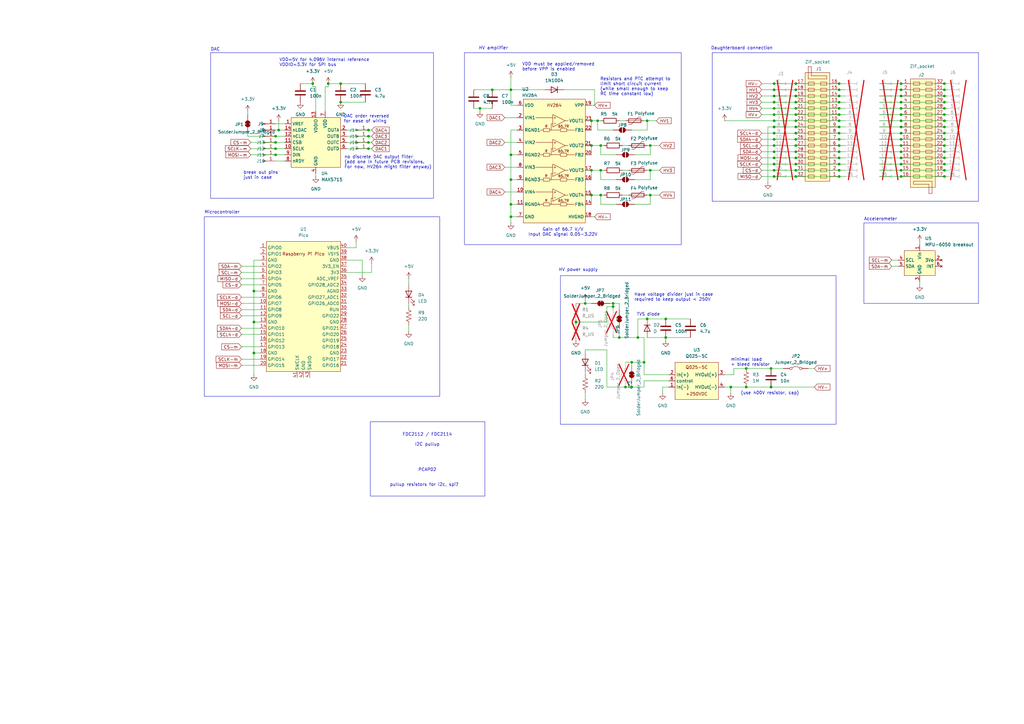
<source format=kicad_sch>
(kicad_sch (version 20231120) (generator "eeschema") (generator_version "8.0")
  (paper "A3")
  (title_block (title "LeviTAS Circuit"))
  (junction (at 259.08 148.59))
  (junction (at 326.39 39.37))
  (junction (at 344.17 34.29))
  (junction (at 273.05 138.43))
  (junction (at 317.5 36.83))
  (junction (at 344.17 52.07))
  (junction (at 344.17 69.85))
  (junction (at 316.23 158.75))
  (junction (at 344.17 59.69))
  (junction (at 251.46 125.73))
  (junction (at 245.11 49.53))
  (junction (at 344.17 39.37))
  (junction (at 344.17 46.99))
  (junction (at 326.39 57.15))
  (junction (at 209.55 73.66))
  (junction (at 387.35 62.23))
  (junction (at 326.39 62.23))
  (junction (at 317.5 49.53))
  (junction (at 344.17 41.91))
  (junction (at 261.62 138.43))
  (junction (at 317.5 54.61))
  (junction (at 369.57 67.31))
  (junction (at 326.39 34.29))
  (junction (at 369.57 62.23))
  (junction (at 387.35 39.37))
  (junction (at 344.17 57.15))
  (junction (at 326.39 54.61))
  (junction (at 317.5 72.39))
  (junction (at 317.5 57.15))
  (junction (at 369.57 36.83))
  (junction (at 326.39 46.99))
  (junction (at 139.7 34.29))
  (junction (at 151.13 58.42))
  (junction (at 317.5 46.99))
  (junction (at 236.22 132.08))
  (junction (at 387.35 67.31))
  (junction (at 246.38 59.69))
  (junction (at 369.57 44.45))
  (junction (at 326.39 69.85))
  (junction (at 369.57 39.37))
  (junction (at 266.7 80.01))
  (junction (at 114.3 53.34))
  (junction (at 240.03 124.46))
  (junction (at 317.5 67.31))
  (junction (at 196.85 44.45))
  (junction (at 344.17 49.53))
  (junction (at 242.57 69.85))
  (junction (at 265.43 130.81))
  (junction (at 259.08 158.75))
  (junction (at 387.35 54.61))
  (junction (at 209.55 88.9))
  (junction (at 326.39 72.39))
  (junction (at 387.35 34.29))
  (junction (at 128.27 34.29))
  (junction (at 266.7 59.69))
  (junction (at 242.57 49.53))
  (junction (at 317.5 64.77))
  (junction (at 242.57 59.69))
  (junction (at 317.5 52.07))
  (junction (at 113.03 55.88))
  (junction (at 254 138.43))
  (junction (at 326.39 67.31))
  (junction (at 306.07 151.13))
  (junction (at 369.57 72.39))
  (junction (at 369.57 52.07))
  (junction (at 387.35 69.85))
  (junction (at 104.14 132.08))
  (junction (at 344.17 64.77))
  (junction (at 317.5 44.45))
  (junction (at 317.5 39.37))
  (junction (at 134.62 34.29))
  (junction (at 317.5 59.69))
  (junction (at 246.38 69.85))
  (junction (at 264.16 148.59))
  (junction (at 104.14 119.38))
  (junction (at 369.57 54.61))
  (junction (at 113.03 60.96))
  (junction (at 273.05 130.81))
  (junction (at 151.13 55.88))
  (junction (at 387.35 41.91))
  (junction (at 369.57 46.99))
  (junction (at 246.38 80.01))
  (junction (at 387.35 64.77))
  (junction (at 369.57 69.85))
  (junction (at 387.35 36.83))
  (junction (at 326.39 36.83))
  (junction (at 344.17 67.31))
  (junction (at 344.17 62.23))
  (junction (at 201.93 36.83))
  (junction (at 209.55 63.5))
  (junction (at 317.5 41.91))
  (junction (at 317.5 34.29))
  (junction (at 242.57 80.01))
  (junction (at 326.39 64.77))
  (junction (at 387.35 59.69))
  (junction (at 113.03 63.5))
  (junction (at 317.5 69.85))
  (junction (at 344.17 72.39))
  (junction (at 151.13 53.34))
  (junction (at 306.07 158.75))
  (junction (at 387.35 52.07))
  (junction (at 369.57 57.15))
  (junction (at 387.35 72.39))
  (junction (at 266.7 69.85))
  (junction (at 113.03 58.42))
  (junction (at 317.5 62.23))
  (junction (at 387.35 46.99))
  (junction (at 139.7 41.91))
  (junction (at 344.17 44.45))
  (junction (at 387.35 49.53))
  (junction (at 104.14 144.78))
  (junction (at 369.57 64.77))
  (junction (at 369.57 34.29))
  (junction (at 299.72 158.75))
  (junction (at 387.35 57.15))
  (junction (at 387.35 44.45))
  (junction (at 151.13 60.96))
  (junction (at 369.57 59.69))
  (junction (at 326.39 44.45))
  (junction (at 251.46 124.46))
  (junction (at 265.43 49.53))
  (junction (at 209.55 83.82))
  (junction (at 209.55 36.83))
  (junction (at 316.23 151.13))
  (junction (at 369.57 49.53))
  (junction (at 256.54 158.75))
  (junction (at 326.39 52.07))
  (junction (at 326.39 41.91))
  (junction (at 344.17 54.61))
  (junction (at 344.17 36.83))
  (junction (at 326.39 49.53))
  (junction (at 326.39 59.69))
  (junction (at 369.57 41.91))
  (wire (pts (xy 273.05 130.81) (xy 283.21 130.81)))
  (wire (pts (xy 360.68 41.91) (xy 369.57 41.91)))
  (wire (pts (xy 248.92 132.08) (xy 248.92 125.73)))
  (wire (pts (xy 242.57 59.69) (xy 246.38 59.69)))
  (wire (pts (xy 101.6 55.88) (xy 101.6 54.61)))
  (wire (pts (xy 271.78 161.29) (xy 271.78 158.75)))
  (wire (pts (xy 151.13 53.34) (xy 152.4 53.34)))
  (wire (pts (xy 360.68 46.99) (xy 369.57 46.99)))
  (wire (pts (xy 104.14 119.38) (xy 104.14 132.08)))
  (wire (pts (xy 209.55 43.18) (xy 212.09 43.18)))
  (wire (pts (xy 312.42 36.83) (xy 317.5 36.83)))
  (wire (pts (xy 314.96 52.07) (xy 317.5 52.07)))
  (wire (pts (xy 248.92 158.75) (xy 248.92 143.51)))
  (wire (pts (xy 317.5 36.83) (xy 326.39 36.83)))
  (wire (pts (xy 209.55 88.9) (xy 212.09 88.9)))
  (wire (pts (xy 209.55 63.5) (xy 212.09 63.5)))
  (wire (pts (xy 148.59 106.68) (xy 142.24 106.68)))
  (wire (pts (xy 266.7 59.69) (xy 270.51 59.69)))
  (wire (pts (xy 316.23 158.75) (xy 334.01 158.75)))
  (wire (pts (xy 314.96 52.07) (xy 314.96 74.93)))
  (wire (pts (xy 365.76 106.68) (xy 368.3 106.68)))
  (wire (pts (xy 317.5 62.23) (xy 326.39 62.23)))
  (wire (pts (xy 387.35 52.07) (xy 388.62 52.07)))
  (wire (pts (xy 106.68 119.38) (xy 104.14 119.38)))
  (wire (pts (xy 99.06 137.16) (xy 106.68 137.16)))
  (wire (pts (xy 196.85 44.45) (xy 196.85 45.72)))
  (wire (pts (xy 369.57 52.07) (xy 387.35 52.07)))
  (wire (pts (xy 360.68 72.39) (xy 369.57 72.39)))
  (wire (pts (xy 113.03 60.96) (xy 116.84 60.96)))
  (wire (pts (xy 236.22 124.46) (xy 240.03 124.46)))
  (wire (pts (xy 317.5 69.85) (xy 326.39 69.85)))
  (wire (pts (xy 316.23 151.13) (xy 321.31 151.13)))
  (wire (pts (xy 142.24 58.42) (xy 151.13 58.42)))
  (wire (pts (xy 387.35 72.39) (xy 388.62 72.39)))
  (wire (pts (xy 246.38 69.85) (xy 246.38 73.66)))
  (wire (pts (xy 387.35 54.61) (xy 388.62 54.61)))
  (wire (pts (xy 387.35 62.23) (xy 388.62 62.23)))
  (wire (pts (xy 360.68 64.77) (xy 369.57 64.77)))
  (wire (pts (xy 344.17 67.31) (xy 346.71 67.31)))
  (wire (pts (xy 209.55 83.82) (xy 212.09 83.82)))
  (wire (pts (xy 209.55 73.66) (xy 209.55 83.82)))
  (wire (pts (xy 387.35 57.15) (xy 388.62 57.15)))
  (wire (pts (xy 312.42 46.99) (xy 317.5 46.99)))
  (wire (pts (xy 360.68 59.69) (xy 369.57 59.69)))
  (wire (pts (xy 312.42 59.69) (xy 317.5 59.69)))
  (wire (pts (xy 242.57 80.01) (xy 246.38 80.01)))
  (wire (pts (xy 317.5 44.45) (xy 326.39 44.45)))
  (wire (pts (xy 266.7 63.5) (xy 266.7 59.69)))
  (wire (pts (xy 317.5 67.31) (xy 326.39 67.31)))
  (wire (pts (xy 242.57 88.9) (xy 243.84 88.9)))
  (wire (pts (xy 133.35 35.56) (xy 133.35 45.72)))
  (wire (pts (xy 326.39 62.23) (xy 344.17 62.23)))
  (wire (pts (xy 300.99 151.13) (xy 306.07 151.13)))
  (wire (pts (xy 317.5 57.15) (xy 326.39 57.15)))
  (wire (pts (xy 344.17 64.77) (xy 346.71 64.77)))
  (wire (pts (xy 312.42 62.23) (xy 317.5 62.23)))
  (wire (pts (xy 360.68 49.53) (xy 369.57 49.53)))
  (wire (pts (xy 344.17 36.83) (xy 346.71 36.83)))
  (wire (pts (xy 369.57 64.77) (xy 387.35 64.77)))
  (wire (pts (xy 344.17 49.53) (xy 346.71 49.53)))
  (wire (pts (xy 264.16 156.21) (xy 264.16 158.75)))
  (wire (pts (xy 317.5 72.39) (xy 326.39 72.39)))
  (wire (pts (xy 142.24 55.88) (xy 151.13 55.88)))
  (wire (pts (xy 250.19 124.46) (xy 251.46 124.46)))
  (wire (pts (xy 369.57 46.99) (xy 387.35 46.99)))
  (wire (pts (xy 207.01 58.42) (xy 212.09 58.42)))
  (wire (pts (xy 344.17 34.29) (xy 346.71 34.29)))
  (wire (pts (xy 99.06 127) (xy 106.68 127)))
  (wire (pts (xy 369.57 36.83) (xy 387.35 36.83)))
  (wire (pts (xy 242.57 69.85) (xy 246.38 69.85)))
  (wire (pts (xy 317.5 64.77) (xy 326.39 64.77)))
  (wire (pts (xy 246.38 80.01) (xy 246.38 83.82)))
  (wire (pts (xy 113.03 55.88) (xy 101.6 55.88)))
  (wire (pts (xy 266.7 83.82) (xy 266.7 80.01)))
  (wire (pts (xy 261.62 138.43) (xy 264.16 138.43)))
  (wire (pts (xy 369.57 69.85) (xy 387.35 69.85)))
  (wire (pts (xy 99.06 147.32) (xy 106.68 147.32)))
  (wire (pts (xy 113.03 55.88) (xy 116.84 55.88)))
  (wire (pts (xy 264.16 153.67) (xy 274.32 153.67)))
  (wire (pts (xy 326.39 69.85) (xy 344.17 69.85)))
  (wire (pts (xy 260.35 63.5) (xy 266.7 63.5)))
  (wire (pts (xy 104.14 132.08) (xy 104.14 144.78)))
  (wire (pts (xy 331.47 151.13) (xy 334.01 151.13)))
  (wire (pts (xy 134.62 35.56) (xy 133.35 35.56)))
  (wire (pts (xy 104.14 144.78) (xy 106.68 144.78)))
  (wire (pts (xy 261.62 130.81) (xy 265.43 130.81)))
  (wire (pts (xy 326.39 46.99) (xy 344.17 46.99)))
  (wire (pts (xy 113.03 58.42) (xy 116.84 58.42)))
  (wire (pts (xy 273.05 138.43) (xy 283.21 138.43)))
  (wire (pts (xy 134.62 34.29) (xy 134.62 35.56)))
  (wire (pts (xy 326.39 57.15) (xy 344.17 57.15)))
  (wire (pts (xy 240.03 123.19) (xy 240.03 124.46)))
  (wire (pts (xy 201.93 36.83) (xy 209.55 36.83)))
  (wire (pts (xy 254 124.46) (xy 254 127)))
  (wire (pts (xy 369.57 59.69) (xy 387.35 59.69)))
  (wire (pts (xy 317.5 41.91) (xy 326.39 41.91)))
  (wire (pts (xy 99.06 121.92) (xy 106.68 121.92)))
  (wire (pts (xy 113.03 66.04) (xy 116.84 66.04)))
  (wire (pts (xy 209.55 53.34) (xy 209.55 63.5)))
  (wire (pts (xy 306.07 158.75) (xy 316.23 158.75)))
  (wire (pts (xy 326.39 72.39) (xy 344.17 72.39)))
  (wire (pts (xy 129.54 71.12) (xy 129.54 72.39)))
  (wire (pts (xy 142.24 101.6) (xy 146.05 101.6)))
  (wire (pts (xy 240.03 124.46) (xy 242.57 124.46)))
  (wire (pts (xy 312.42 41.91) (xy 317.5 41.91)))
  (wire (pts (xy 312.42 54.61) (xy 317.5 54.61)))
  (wire (pts (xy 326.39 54.61) (xy 344.17 54.61)))
  (wire (pts (xy 251.46 124.46) (xy 254 124.46)))
  (wire (pts (xy 99.06 149.86) (xy 106.68 149.86)))
  (wire (pts (xy 360.68 54.61) (xy 369.57 54.61)))
  (wire (pts (xy 387.35 46.99) (xy 388.62 46.99)))
  (wire (pts (xy 344.17 62.23) (xy 346.71 62.23)))
  (wire (pts (xy 246.38 83.82) (xy 252.73 83.82)))
  (wire (pts (xy 128.27 34.29) (xy 128.27 35.56)))
  (wire (pts (xy 113.03 63.5) (xy 116.84 63.5)))
  (wire (pts (xy 142.24 53.34) (xy 151.13 53.34)))
  (wire (pts (xy 99.06 116.84) (xy 106.68 116.84)))
  (wire (pts (xy 312.42 34.29) (xy 317.5 34.29)))
  (wire (pts (xy 209.55 73.66) (xy 212.09 73.66)))
  (wire (pts (xy 360.68 62.23) (xy 369.57 62.23)))
  (wire (pts (xy 151.13 58.42) (xy 152.4 58.42)))
  (wire (pts (xy 113.03 50.8) (xy 116.84 50.8)))
  (wire (pts (xy 139.7 34.29) (xy 149.86 34.29)))
  (wire (pts (xy 209.55 36.83) (xy 223.52 36.83)))
  (wire (pts (xy 245.11 49.53) (xy 246.38 49.53)))
  (wire (pts (xy 256.54 158.75) (xy 248.92 158.75)))
  (wire (pts (xy 102.87 63.5) (xy 113.03 63.5)))
  (wire (pts (xy 326.39 41.91) (xy 344.17 41.91)))
  (wire (pts (xy 246.38 73.66) (xy 252.73 73.66)))
  (wire (pts (xy 326.39 36.83) (xy 344.17 36.83)))
  (wire (pts (xy 264.16 138.43) (xy 264.16 148.59)))
  (wire (pts (xy 248.92 125.73) (xy 251.46 125.73)))
  (wire (pts (xy 377.19 99.06) (xy 377.19 100.33)))
  (wire (pts (xy 99.06 129.54) (xy 106.68 129.54)))
  (wire (pts (xy 326.39 34.29) (xy 344.17 34.29)))
  (wire (pts (xy 102.87 58.42) (xy 113.03 58.42)))
  (wire (pts (xy 264.16 156.21) (xy 274.32 156.21)))
  (wire (pts (xy 209.55 83.82) (xy 209.55 88.9)))
  (wire (pts (xy 264.16 148.59) (xy 259.08 148.59)))
  (wire (pts (xy 312.42 44.45) (xy 317.5 44.45)))
  (wire (pts (xy 142.24 60.96) (xy 151.13 60.96)))
  (wire (pts (xy 387.35 59.69) (xy 388.62 59.69)))
  (wire (pts (xy 369.57 39.37) (xy 387.35 39.37)))
  (wire (pts (xy 369.57 34.29) (xy 387.35 34.29)))
  (wire (pts (xy 99.06 114.3) (xy 106.68 114.3)))
  (wire (pts (xy 344.17 69.85) (xy 346.71 69.85)))
  (wire (pts (xy 297.18 49.53) (xy 317.5 49.53)))
  (wire (pts (xy 265.43 49.53) (xy 269.24 49.53)))
  (wire (pts (xy 101.6 45.72) (xy 101.6 46.99)))
  (wire (pts (xy 360.68 34.29) (xy 369.57 34.29)))
  (wire (pts (xy 209.55 31.75) (xy 209.55 36.83)))
  (wire (pts (xy 99.06 109.22) (xy 106.68 109.22)))
  (wire (pts (xy 251.46 124.46) (xy 251.46 125.73)))
  (wire (pts (xy 99.06 111.76) (xy 106.68 111.76)))
  (wire (pts (xy 317.5 49.53) (xy 326.39 49.53)))
  (wire (pts (xy 299.72 158.75) (xy 306.07 158.75)))
  (wire (pts (xy 248.92 143.51) (xy 240.03 143.51)))
  (wire (pts (xy 194.31 44.45) (xy 196.85 44.45)))
  (wire (pts (xy 151.13 60.96) (xy 152.4 60.96)))
  (wire (pts (xy 387.35 69.85) (xy 388.62 69.85)))
  (wire (pts (xy 264.16 148.59) (xy 264.16 153.67)))
  (wire (pts (xy 207.01 68.58) (xy 212.09 68.58)))
  (wire (pts (xy 209.55 36.83) (xy 209.55 43.18)))
  (wire (pts (xy 240.03 161.29) (xy 240.03 163.83)))
  (wire (pts (xy 312.42 67.31) (xy 317.5 67.31)))
  (wire (pts (xy 99.06 124.46) (xy 106.68 124.46)))
  (wire (pts (xy 326.39 49.53) (xy 344.17 49.53)))
  (wire (pts (xy 369.57 49.53) (xy 387.35 49.53)))
  (wire (pts (xy 246.38 59.69) (xy 247.65 59.69)))
  (wire (pts (xy 266.7 69.85) (xy 265.43 69.85)))
  (wire (pts (xy 369.57 62.23) (xy 387.35 62.23)))
  (wire (pts (xy 255.27 80.01) (xy 257.81 80.01)))
  (wire (pts (xy 259.08 148.59) (xy 259.08 149.86)))
  (wire (pts (xy 312.42 72.39) (xy 317.5 72.39)))
  (wire (pts (xy 387.35 39.37) (xy 388.62 39.37)))
  (wire (pts (xy 129.54 35.56) (xy 129.54 45.72)))
  (wire (pts (xy 317.5 54.61) (xy 326.39 54.61)))
  (wire (pts (xy 251.46 137.16) (xy 251.46 138.43)))
  (wire (pts (xy 256.54 158.75) (xy 259.08 158.75)))
  (wire (pts (xy 104.14 144.78) (xy 104.14 153.67)))
  (wire (pts (xy 246.38 63.5) (xy 252.73 63.5)))
  (wire (pts (xy 306.07 151.13) (xy 316.23 151.13)))
  (wire (pts (xy 260.35 83.82) (xy 266.7 83.82)))
  (wire (pts (xy 344.17 46.99) (xy 346.71 46.99)))
  (wire (pts (xy 259.08 53.34) (xy 265.43 53.34)))
  (wire (pts (xy 167.64 114.3) (xy 167.64 116.84)))
  (wire (pts (xy 312.42 69.85) (xy 317.5 69.85)))
  (wire (pts (xy 104.14 106.68) (xy 104.14 119.38)))
  (wire (pts (xy 377.19 115.57) (xy 377.19 116.84)))
  (wire (pts (xy 387.35 44.45) (xy 388.62 44.45)))
  (wire (pts (xy 128.27 35.56) (xy 129.54 35.56)))
  (wire (pts (xy 142.24 111.76) (xy 152.4 111.76)))
  (wire (pts (xy 212.09 53.34) (xy 209.55 53.34)))
  (wire (pts (xy 113.03 53.34) (xy 114.3 53.34)))
  (wire (pts (xy 299.72 158.75) (xy 299.72 161.29)))
  (wire (pts (xy 317.5 34.29) (xy 326.39 34.29)))
  (wire (pts (xy 326.39 67.31) (xy 344.17 67.31)))
  (wire (pts (xy 360.68 69.85) (xy 369.57 69.85)))
  (wire (pts (xy 242.57 43.18) (xy 243.84 43.18)))
  (wire (pts (xy 114.3 53.34) (xy 116.84 53.34)))
  (wire (pts (xy 387.35 34.29) (xy 388.62 34.29)))
  (wire (pts (xy 254 49.53) (xy 256.54 49.53)))
  (wire (pts (xy 365.76 109.22) (xy 368.3 109.22)))
  (wire (pts (xy 259.08 158.75) (xy 264.16 158.75)))
  (wire (pts (xy 344.17 54.61) (xy 346.71 54.61)))
  (wire (pts (xy 236.22 132.08) (xy 248.92 132.08)))
  (wire (pts (xy 326.39 64.77) (xy 344.17 64.77)))
  (wire (pts (xy 240.03 143.51) (xy 240.03 144.78)))
  (wire (pts (xy 246.38 59.69) (xy 246.38 63.5)))
  (wire (pts (xy 266.7 73.66) (xy 266.7 69.85)))
  (wire (pts (xy 387.35 64.77) (xy 388.62 64.77)))
  (wire (pts (xy 312.42 64.77) (xy 317.5 64.77)))
  (wire (pts (xy 344.17 57.15) (xy 346.71 57.15)))
  (wire (pts (xy 139.7 41.91) (xy 149.86 41.91)))
  (wire (pts (xy 344.17 72.39) (xy 346.71 72.39)))
  (wire (pts (xy 251.46 125.73) (xy 251.46 127)))
  (wire (pts (xy 194.31 36.83) (xy 201.93 36.83)))
  (wire (pts (xy 266.7 59.69) (xy 265.43 59.69)))
  (wire (pts (xy 245.11 49.53) (xy 245.11 53.34)))
  (wire (pts (xy 360.68 39.37) (xy 369.57 39.37)))
  (wire (pts (xy 344.17 59.69) (xy 346.71 59.69)))
  (wire (pts (xy 369.57 44.45) (xy 387.35 44.45)))
  (wire (pts (xy 273.05 138.43) (xy 273.05 139.7)))
  (wire (pts (xy 114.3 49.53) (xy 114.3 53.34)))
  (wire (pts (xy 265.43 53.34) (xy 265.43 49.53)))
  (wire (pts (xy 344.17 41.91) (xy 346.71 41.91)))
  (wire (pts (xy 326.39 52.07) (xy 344.17 52.07)))
  (wire (pts (xy 266.7 80.01) (xy 270.51 80.01)))
  (wire (pts (xy 242.57 49.53) (xy 245.11 49.53)))
  (wire (pts (xy 242.57 59.69) (xy 242.57 63.5)))
  (wire (pts (xy 317.5 52.07) (xy 326.39 52.07)))
  (wire (pts (xy 152.4 111.76) (xy 152.4 107.95)))
  (wire (pts (xy 360.68 36.83) (xy 369.57 36.83)))
  (wire (pts (xy 387.35 67.31) (xy 388.62 67.31)))
  (wire (pts (xy 369.57 54.61) (xy 387.35 54.61)))
  (wire (pts (xy 260.35 73.66) (xy 266.7 73.66)))
  (wire (pts (xy 369.57 72.39) (xy 387.35 72.39)))
  (wire (pts (xy 317.5 39.37) (xy 326.39 39.37)))
  (wire (pts (xy 271.78 158.75) (xy 274.32 158.75)))
  (wire (pts (xy 265.43 138.43) (xy 273.05 138.43)))
  (wire (pts (xy 344.17 44.45) (xy 346.71 44.45)))
  (wire (pts (xy 242.57 49.53) (xy 242.57 53.34)))
  (wire (pts (xy 151.13 55.88) (xy 152.4 55.88)))
  (wire (pts (xy 261.62 130.81) (xy 261.62 138.43)))
  (wire (pts (xy 104.14 132.08) (xy 106.68 132.08)))
  (wire (pts (xy 207.01 48.26) (xy 212.09 48.26)))
  (wire (pts (xy 148.59 113.03) (xy 148.59 106.68)))
  (wire (pts (xy 254 134.62) (xy 254 138.43)))
  (wire (pts (xy 167.64 124.46) (xy 167.64 125.73)))
  (wire (pts (xy 146.05 101.6) (xy 146.05 99.06)))
  (wire (pts (xy 255.27 69.85) (xy 257.81 69.85)))
  (wire (pts (xy 266.7 69.85) (xy 270.51 69.85)))
  (wire (pts (xy 254 138.43) (xy 261.62 138.43)))
  (wire (pts (xy 240.03 152.4) (xy 240.03 153.67)))
  (wire (pts (xy 231.14 36.83) (xy 243.84 36.83)))
  (wire (pts (xy 317.5 46.99) (xy 326.39 46.99)))
  (wire (pts (xy 387.35 36.83) (xy 388.62 36.83)))
  (wire (pts (xy 317.5 59.69) (xy 326.39 59.69)))
  (wire (pts (xy 167.64 133.35) (xy 167.64 135.89)))
  (wire (pts (xy 297.18 153.67) (xy 300.99 153.67)))
  (wire (pts (xy 360.68 52.07) (xy 369.57 52.07)))
  (wire (pts (xy 300.99 153.67) (xy 300.99 151.13)))
  (wire (pts (xy 106.68 106.68) (xy 104.14 106.68)))
  (wire (pts (xy 255.27 59.69) (xy 257.81 59.69)))
  (wire (pts (xy 344.17 39.37) (xy 346.71 39.37)))
  (wire (pts (xy 259.08 158.75) (xy 259.08 157.48)))
  (wire (pts (xy 259.08 148.59) (xy 256.54 148.59)))
  (wire (pts (xy 360.68 44.45) (xy 369.57 44.45)))
  (wire (pts (xy 246.38 69.85) (xy 247.65 69.85)))
  (wire (pts (xy 326.39 44.45) (xy 344.17 44.45)))
  (wire (pts (xy 99.06 142.24) (xy 106.68 142.24)))
  (wire (pts (xy 243.84 36.83) (xy 243.84 43.18)))
  (wire (pts (xy 326.39 39.37) (xy 344.17 39.37)))
  (wire (pts (xy 134.62 34.29) (xy 139.7 34.29)))
  (wire (pts (xy 123.19 34.29) (xy 128.27 34.29)))
  (wire (pts (xy 242.57 69.85) (xy 242.57 73.66)))
  (wire (pts (xy 265.43 49.53) (xy 264.16 49.53)))
  (wire (pts (xy 265.43 130.81) (xy 273.05 130.81)))
  (wire (pts (xy 207.01 78.74) (xy 212.09 78.74)))
  (wire (pts (xy 360.68 57.15) (xy 369.57 57.15)))
  (wire (pts (xy 387.35 49.53) (xy 388.62 49.53)))
  (wire (pts (xy 245.11 53.34) (xy 251.46 53.34)))
  (wire (pts (xy 369.57 57.15) (xy 387.35 57.15)))
  (wire (pts (xy 360.68 67.31) (xy 369.57 67.31)))
  (wire (pts (xy 209.55 88.9) (xy 209.55 91.44)))
  (wire (pts (xy 251.46 138.43) (xy 254 138.43)))
  (wire (pts (xy 196.85 44.45) (xy 201.93 44.45)))
  (wire (pts (xy 266.7 80.01) (xy 265.43 80.01)))
  (wire (pts (xy 99.06 134.62) (xy 106.68 134.62)))
  (wire (pts (xy 102.87 60.96) (xy 113.03 60.96)))
  (wire (pts (xy 387.35 41.91) (xy 388.62 41.91)))
  (wire (pts (xy 344.17 52.07) (xy 346.71 52.07)))
  (wire (pts (xy 242.57 80.01) (xy 242.57 83.82)))
  (wire (pts (xy 312.42 39.37) (xy 317.5 39.37)))
  (wire (pts (xy 312.42 57.15) (xy 317.5 57.15)))
  (wire (pts (xy 369.57 67.31) (xy 387.35 67.31)))
  (wire (pts (xy 369.57 41.91) (xy 387.35 41.91)))
  (wire (pts (xy 326.39 59.69) (xy 344.17 59.69)))
  (wire (pts (xy 246.38 80.01) (xy 247.65 80.01)))
  (wire (pts (xy 297.18 158.75) (xy 299.72 158.75)))
  (wire (pts (xy 209.55 63.5) (xy 209.55 73.66)))
  (rectangle (start 83.82 88.9) (end 180.34 162.56))
  (rectangle (start 190.5 21.59) (end 279.4 100.33))
  (rectangle (start 151.892 172.974) (end 198.882 203.454))
  (rectangle (start 354.33 91.44) (end 401.32 124.46))
  (rectangle (start 292.1 21.59) (end 401.32 82.55))
  (rectangle (start 86.36 21.59) (end 177.8 81.28))
  (rectangle (start 229.87 113.03) (end 342.9 173.99))
  (text "DAC" (at 86.36 20.32 0) (effects (font (size 1.27 1.27)) (justify left)))
  (text "Resistors and PTC attempt to\nlimit short circuit current\n(while small enough to keep\nRC time constant low)" (at 246.126 35.56 0) (effects (font (size 1.27 1.27)) (justify left)))
  (text "HV power supply" (at 229.108 110.744 0) (effects (font (size 1.27 1.27)) (justify left)))
  (text "Gain of 66.7 V/V\nInput DAC signal 0.05-3.22V" (at 230.886 95.25 0) (effects (font (size 1.27 1.27))))
  (text "minimal load\n+ bleed resistor" (at 299.72 148.59 0) (effects (font (size 1.27 1.27)) (justify left)))
  (text "TVS diode" (at 261.112 129.032 0) (effects (font (size 1.27 1.27)) (justify left)))
  (text "FDC2112 / FDC2114\n\nI2C pullup\n" (at 175.26 180.34 0) (effects (font (size 1.27 1.27))))
  (text "DAC order reversed\nfor ease of wiring" (at 140.97 48.768 0) (effects (font (size 1.27 1.27)) (justify left)))
  (text "PCAP02" (at 175.26 192.786 0) (effects (font (size 1.27 1.27))))
  (text "VDD=5V for 4.096V internal reference\nVDDIO=3.3V for SPI bus" (at 114.554 25.654 0) (effects (font (size 1.27 1.27)) (justify left)))
  (text "Microcontroller" (at 83.82 87.122 0) (effects (font (size 1.27 1.27)) (justify left)))
  (text "Have voltage divider just in case\nrequired to keep output < 250V" (at 260.096 121.92 0) (effects (font (size 1.27 1.27)) (justify left)))
  (text "VDD must be applied/removed\nbefore VPP is enabled" (at 214.122 27.432 0) (effects (font (size 1.27 1.27)) (justify left)))
  (text "Accelerometer" (at 354.33 89.916 0) (effects (font (size 1.27 1.27)) (justify left)))
  (text "Daughterboard connection" (at 291.592 19.812 0) (effects (font (size 1.27 1.27)) (justify left)))
  (text "(use 400V resistor, cap)" (at 303.784 161.29 0) (effects (font (size 1.27 1.27)) (justify left)))
  (text "break out pins\njust in case" (at 99.822 71.882 0) (effects (font (size 1.27 1.27)) (justify left)))
  (text "HV amplifier" (at 196.342 19.812 0) (effects (font (size 1.27 1.27)) (justify left)))
  (text "no discrete DAC output filter\n(add one in future PCB revisions.\nFor now, HV264 might filter anyway)" (at 141.224 66.548 0) (effects (font (size 1.27 1.27)) (justify left)))
  (text "pullup resistors for i2c, spi?" (at 173.99 198.882 0) (effects (font (size 1.27 1.27))))
  (global_label "SCL-m" (shape input) (at 99.06 111.76 180) (property "Intersheetrefs" "${INTERSHEET_REFS}" (effects (hide yes))))
  (global_label "MOSI-m" (shape input) (at 99.06 149.86 180) (property "Intersheetrefs" "${INTERSHEET_REFS}" (effects (hide yes))))
  (global_label "HV2" (shape input) (at 312.42 39.37 180) (property "Intersheetrefs" "${INTERSHEET_REFS}" (effects (hide yes))))
  (global_label "MISO-d" (shape input) (at 312.42 72.39 180) (property "Intersheetrefs" "${INTERSHEET_REFS}" (effects (hide yes))))
  (global_label "DAC4" (shape input) (at 207.01 78.74 180) (property "Intersheetrefs" "${INTERSHEET_REFS}" (effects (hide yes))))
  (global_label "DAC2" (shape input) (at 152.4 58.42 0) (property "Intersheetrefs" "${INTERSHEET_REFS}" (effects (hide yes))))
  (global_label "DAC3" (shape input) (at 207.01 68.58 180) (property "Intersheetrefs" "${INTERSHEET_REFS}" (effects (hide yes))))
  (global_label "CS-m" (shape input) (at 99.06 142.24 180) (property "Intersheetrefs" "${INTERSHEET_REFS}" (effects (hide yes))))
  (global_label "SCLK-d" (shape input) (at 99.06 121.92 180) (property "Intersheetrefs" "${INTERSHEET_REFS}" (effects (hide yes))))
  (global_label "HV-" (shape input) (at 312.42 34.29 180) (property "Intersheetrefs" "${INTERSHEET_REFS}" (effects (hide yes))))
  (global_label "SDA-d" (shape input) (at 99.06 127 180) (property "Intersheetrefs" "${INTERSHEET_REFS}" (effects (hide yes))))
  (global_label "SCL4-d" (shape input) (at 99.06 137.16 180) (property "Intersheetrefs" "${INTERSHEET_REFS}" (effects (hide yes))))
  (global_label "SCL-d" (shape input) (at 312.42 59.69 180) (property "Intersheetrefs" "${INTERSHEET_REFS}" (effects (hide yes))))
  (global_label "HV4" (shape input) (at 270.51 80.01 0) (property "Intersheetrefs" "${INTERSHEET_REFS}" (effects (hide yes))))
  (global_label "HV+" (shape input) (at 312.42 46.99 180) (property "Intersheetrefs" "${INTERSHEET_REFS}" (effects (hide yes))))
  (global_label "MOSI-d" (shape input) (at 312.42 64.77 180) (property "Intersheetrefs" "${INTERSHEET_REFS}" (effects (hide yes))))
  (global_label "SDA4-d" (shape input) (at 312.42 57.15 180) (property "Intersheetrefs" "${INTERSHEET_REFS}" (effects (hide yes))))
  (global_label "SCL-d" (shape input) (at 99.06 129.54 180) (property "Intersheetrefs" "${INTERSHEET_REFS}" (effects (hide yes))))
  (global_label "SCL-m" (shape input) (at 365.76 106.68 180) (property "Intersheetrefs" "${INTERSHEET_REFS}" (effects (hide yes))))
  (global_label "DAC2" (shape input) (at 207.01 58.42 180) (property "Intersheetrefs" "${INTERSHEET_REFS}" (effects (hide yes))))
  (global_label "MOSI-m" (shape input) (at 102.87 63.5 180) (property "Intersheetrefs" "${INTERSHEET_REFS}" (effects (hide yes))))
  (global_label "CS-d" (shape input) (at 312.42 69.85 180) (property "Intersheetrefs" "${INTERSHEET_REFS}" (effects (hide yes))))
  (global_label "SDA-d" (shape input) (at 312.42 62.23 180) (property "Intersheetrefs" "${INTERSHEET_REFS}" (effects (hide yes))))
  (global_label "HV3" (shape input) (at 270.51 69.85 0) (property "Intersheetrefs" "${INTERSHEET_REFS}" (effects (hide yes))))
  (global_label "HV2" (shape input) (at 270.51 59.69 0) (property "Intersheetrefs" "${INTERSHEET_REFS}" (effects (hide yes))))
  (global_label "SCL4-d" (shape input) (at 312.42 54.61 180) (property "Intersheetrefs" "${INTERSHEET_REFS}" (effects (hide yes))))
  (global_label "MOSI-d" (shape input) (at 99.06 124.46 180) (property "Intersheetrefs" "${INTERSHEET_REFS}" (effects (hide yes))))
  (global_label "SCLK-d" (shape input) (at 312.42 67.31 180) (property "Intersheetrefs" "${INTERSHEET_REFS}" (effects (hide yes))))
  (global_label "DAC1" (shape input) (at 207.01 48.26 180) (property "Intersheetrefs" "${INTERSHEET_REFS}" (effects (hide yes))))
  (global_label "HV+" (shape input) (at 334.01 151.13 0) (property "Intersheetrefs" "${INTERSHEET_REFS}" (effects (hide yes))))
  (global_label "HV3" (shape input) (at 312.42 41.91 180) (property "Intersheetrefs" "${INTERSHEET_REFS}" (effects (hide yes))))
  (global_label "SDA-m" (shape input) (at 365.76 109.22 180) (property "Intersheetrefs" "${INTERSHEET_REFS}" (effects (hide yes))))
  (global_label "SCLK-m" (shape input) (at 102.87 60.96 180) (property "Intersheetrefs" "${INTERSHEET_REFS}" (effects (hide yes))))
  (global_label "SDA4-d" (shape input) (at 99.06 134.62 180) (property "Intersheetrefs" "${INTERSHEET_REFS}" (effects (hide yes))))
  (global_label "HV+" (shape input) (at 243.84 43.18 0) (property "Intersheetrefs" "${INTERSHEET_REFS}" (effects (hide yes))))
  (global_label "HV-" (shape input) (at 243.84 88.9 0) (property "Intersheetrefs" "${INTERSHEET_REFS}" (effects (hide yes))))
  (global_label "MISO-d" (shape input) (at 99.06 114.3 180) (property "Intersheetrefs" "${INTERSHEET_REFS}" (effects (hide yes))))
  (global_label "HV1" (shape input) (at 312.42 36.83 180) (property "Intersheetrefs" "${INTERSHEET_REFS}" (effects (hide yes))))
  (global_label "HV-" (shape input) (at 334.01 158.75 0) (property "Intersheetrefs" "${INTERSHEET_REFS}" (effects (hide yes))))
  (global_label "SDA-m" (shape input) (at 99.06 109.22 180) (property "Intersheetrefs" "${INTERSHEET_REFS}" (effects (hide yes))))
  (global_label "CS-m" (shape input) (at 102.87 58.42 180) (property "Intersheetrefs" "${INTERSHEET_REFS}" (effects (hide yes))))
  (global_label "SCLK-m" (shape input) (at 99.06 147.32 180) (property "Intersheetrefs" "${INTERSHEET_REFS}" (effects (hide yes))))
  (global_label "CS-d" (shape input) (at 99.06 116.84 180) (property "Intersheetrefs" "${INTERSHEET_REFS}" (effects (hide yes))))
  (global_label "DAC1" (shape input) (at 152.4 60.96 0) (property "Intersheetrefs" "${INTERSHEET_REFS}" (effects (hide yes))))
  (global_label "HV1" (shape input) (at 269.24 49.53 0) (property "Intersheetrefs" "${INTERSHEET_REFS}" (effects (hide yes))))
  (global_label "DAC4" (shape input) (at 152.4 53.34 0) (property "Intersheetrefs" "${INTERSHEET_REFS}" (effects (hide yes))))
  (global_label "DAC3" (shape input) (at 152.4 55.88 0) (property "Intersheetrefs" "${INTERSHEET_REFS}" (effects (hide yes))))
  (global_label "HV4" (shape input) (at 312.42 44.45 180) (property "Intersheetrefs" "${INTERSHEET_REFS}" (effects (hide yes))))
  (symbol (lib_id "Connector:Conn_01x01_Pin") (at 107.95 53.34 0) (unit 1)
    (property "Reference" "J8" (at 107.442 53.34 0))
    (property "Value" "Conn_01x01_Pin" (effects (hide yes)))
    (property "Footprint" "TestPoint:TestPoint_Pad_D2.0mm" (effects (hide yes)))
    (property "Description" "Generic connector, single row, 01x01, script generated" (effects (hide yes)))
  )
  (symbol (lib_id "power:GND") (at 148.59 113.03 0) (unit 1)
    (property "Reference" "#PWR04" (effects (hide yes)))
    (property "Value" "GND" (at 148.59 118.11 0))
    (property "Description" "Power symbol creates a global label with name \"GND\" , ground" (effects (hide yes)))
  )
  (symbol (lib_id "Connector:Conn_01x16_Socket") (at 393.7 52.07 0) (unit 1) (dnp yes)
    (property "Reference" "J6" (at 389.636 29.718 0) (effects (justify left)))
    (property "Value" "Conn_01x16_Socket" (effects (hide yes)))
    (property "Footprint" "Connector_PinSocket_2.54mm:PinSocket_1x16_P2.54mm_Vertical" (effects (hide yes)))
    (property "Description" "Generic connector, single row, 01x16, script generated" (effects (hide yes)))
  )
  (symbol (lib_id "Device:C") (at 283.21 134.62 0) (unit 1)
    (property "Reference" "C6" (at 287.02 133.3499 0) (effects (justify left)))
    (property "Value" "4.7u" (at 287.02 135.8899 0) (effects (justify left)))
    (property "Footprint" "Capacitor_SMD:C_0805_2012Metric" (effects (hide yes)))
    (property "Description" "Unpolarized capacitor" (effects (hide yes)))
  )
  (symbol (lib_id "power:+5V") (at 146.05 99.06 0) (unit 1)
    (property "Reference" "#PWR03" (effects (hide yes)))
    (property "Value" "+5V" (at 146.05 93.98 0))
    (property "Description" "Power symbol creates a global label with name \"+5V\"" (effects (hide yes)))
  )
  (symbol (lib_id "Connector:Conn_01x01_Pin") (at 107.95 50.8 0) (unit 1)
    (property "Reference" "J9" (at 106.934 50.8 0))
    (property "Value" "Conn_01x01_Pin" (effects (hide yes)))
    (property "Footprint" "TestPoint:TestPoint_Pad_D2.0mm" (effects (hide yes)))
    (property "Description" "Generic connector, single row, 01x01, script generated" (effects (hide yes)))
  )
  (symbol (lib_id "power:+3.3V") (at 128.27 34.29 0) (unit 1)
    (property "Reference" "#PWR015" (effects (hide yes)))
    (property "Value" "+3.3V" (at 128.27 29.21 0))
    (property "Description" "Power symbol creates a global label with name \"+3.3V\"" (effects (hide yes)))
  )
  (symbol (lib_id "Device:LED") (at 167.64 120.65 90) (unit 1)
    (property "Reference" "D4" (at 171.45 120.9674 90) (effects (justify right)))
    (property "Value" "LED" (at 171.45 123.5074 90) (effects (justify right)))
    (property "Footprint" "LED_THT:LED_D5.0mm" (effects (hide yes)))
    (property "Description" "Light emitting diode" (effects (hide yes)))
  )
  (symbol (lib_id "Device:R_US") (at 236.22 128.27 0) (unit 1) (dnp yes)
    (property "Reference" "R1" (at 238.76 126.9999 0) (effects (justify left)))
    (property "Value" "R_US" (at 238.76 129.5399 0) (effects (justify left)))
    (property "Footprint" "Resistor_THT:R_Axial_DIN0207_L6.3mm_D2.5mm_P7.62mm_Horizontal" (effects (hide yes)))
    (property "Description" "Resistor, US symbol" (effects (hide yes)))
  )
  (symbol (lib_id "power:GND") (at 314.96 74.93 0) (unit 1)
    (property "Reference" "#PWR018" (effects (hide yes)))
    (property "Value" "GND" (at 314.96 80.01 0))
    (property "Description" "Power symbol creates a global label with name \"GND\" , ground" (effects (hide yes)))
  )
  (symbol (lib_id "Jumper:SolderJumper_2_Bridged") (at 254 130.81 90) (unit 1) (exclude_from_sim yes) (in_bom no)
    (property "Reference" "JP6" (at 253.238 135.128 0))
    (property "Value" "SolderJumper_2_Bridged" (at 257.048 127.254 0))
    (property "Footprint" "Jumper:SolderJumper-2_P1.3mm_Bridged_RoundedPad1.0x1.5mm" (effects (hide yes)))
    (property "Description" "Solder Jumper, 2-pole, closed/bridged" (effects (hide yes)))
  )
  (symbol (lib_id "power:+5V") (at 134.62 34.29 0) (unit 1)
    (property "Reference" "#PWR014" (effects (hide yes)))
    (property "Value" "+5V" (at 134.62 29.21 0))
    (property "Description" "Power symbol creates a global label with name \"+5V\"" (effects (hide yes)))
  )
  (symbol (lib_id "Jumper:SolderJumper_2_Bridged") (at 246.38 124.46 180) (unit 1) (exclude_from_sim yes) (in_bom no)
    (property "Reference" "JP7" (at 246.126 119.126 0))
    (property "Value" "SolderJumper_2_Bridged" (at 242.824 121.412 0))
    (property "Footprint" "Jumper:SolderJumper-2_P1.3mm_Bridged_RoundedPad1.0x1.5mm" (effects (hide yes)))
    (property "Description" "Solder Jumper, 2-pole, closed/bridged" (effects (hide yes)))
  )
  (symbol (lib_id "levitas_local_parts:ZIF_socket") (at 378.46 53.34 0) (unit 1)
    (property "Reference" "J2" (at 376.682 30.734 0) (effects (justify left)))
    (property "Value" "ZIF_socket" (at 373.126 27.178 0) (effects (justify left)))
    (property "Footprint" "levitas_local_footprints:ZIF_socket" (effects (hide yes)))
    (property "Description" "ZIF socket, Aries 32-6554-11, 2 rows, 2.54mm pitch" (effects (hide yes)))
  )
  (symbol (lib_id "Connector:Conn_01x01_Pin") (at 146.05 60.96 0) (unit 1)
    (property "Reference" "J17" (at 145.034 60.96 0))
    (property "Value" "Conn_01x01_Pin" (effects (hide yes)))
    (property "Footprint" "TestPoint:TestPoint_Pad_D2.0mm" (effects (hide yes)))
    (property "Description" "Generic connector, single row, 01x01, script generated" (effects (hide yes)))
  )
  (symbol (lib_id "power:GND") (at 271.78 161.29 0) (unit 1)
    (property "Reference" "#PWR06" (effects (hide yes)))
    (property "Value" "GND" (at 271.78 166.37 0))
    (property "Description" "Power symbol creates a global label with name \"GND\" , ground" (effects (hide yes)))
  )
  (symbol (lib_id "levitas_local_parts:MPU6050-breakout") (at 377.19 107.95 0) (unit 1)
    (property "Reference" "U5" (at 379.3841 97.79 0) (effects (justify left)))
    (property "Value" "MPU-6050 breakout" (at 379.3841 100.33 0) (effects (justify left)))
    (property "Footprint" "levitas_local_footprints:MPU-6050-breakout" (effects (hide yes)))
  )
  (symbol (lib_id "Connector:Conn_01x01_Pin") (at 107.95 58.42 0) (unit 1)
    (property "Reference" "J13" (at 106.934 58.42 0))
    (property "Value" "Conn_01x01_Pin" (effects (hide yes)))
    (property "Footprint" "TestPoint:TestPoint_Pad_D2.0mm" (effects (hide yes)))
    (property "Description" "Generic connector, single row, 01x01, script generated" (effects (hide yes)))
  )
  (symbol (lib_id "Connector:Conn_01x16_Socket") (at 322.58 52.07 0) (unit 1) (dnp yes)
    (property "Reference" "J3" (at 319.024 30.226 0) (effects (justify left)))
    (property "Value" "Conn_01x16_Socket" (effects (hide yes)))
    (property "Footprint" "Connector_PinSocket_2.54mm:PinSocket_1x16_P2.54mm_Vertical" (effects (hide yes)))
    (property "Description" "Generic connector, single row, 01x16, script generated" (effects (hide yes)))
  )
  (symbol (lib_id "Device:LED") (at 240.03 148.59 90) (unit 1)
    (property "Reference" "D1" (at 243.84 148.9074 90) (effects (justify right)))
    (property "Value" "LED" (at 243.84 151.4474 90) (effects (justify right)))
    (property "Footprint" "LED_THT:LED_D5.0mm" (effects (hide yes)))
    (property "Description" "Light emitting diode" (effects (hide yes)))
  )
  (symbol (lib_id "Device:R") (at 251.46 59.69 90) (unit 1)
    (property "Reference" "R6" (at 248.92 56.896 90))
    (property "Value" "5k" (at 253.492 56.896 90))
    (property "Footprint" "Resistor_THT:R_Axial_DIN0207_L6.3mm_D2.5mm_P7.62mm_Horizontal" (effects (hide yes)))
    (property "Description" "Resistor" (effects (hide yes)))
  )
  (symbol (lib_id "Device:C") (at 149.86 38.1 0) (unit 1)
    (property "Reference" "C3" (at 153.67 36.8299 0) (effects (justify left)))
    (property "Value" "4.7u" (at 153.67 39.3699 0) (effects (justify left)))
    (property "Footprint" "Capacitor_SMD:C_0805_2012Metric" (effects (hide yes)))
    (property "Description" "Unpolarized capacitor" (effects (hide yes)))
  )
  (symbol (lib_id "power:+5V") (at 240.03 123.19 0) (unit 1)
    (property "Reference" "#PWR05" (effects (hide yes)))
    (property "Value" "+5V" (at 240.03 118.11 0))
    (property "Description" "Power symbol creates a global label with name \"+5V\"" (effects (hide yes)))
  )
  (symbol (lib_id "Device:C") (at 139.7 38.1 0) (unit 1)
    (property "Reference" "C2" (at 143.51 36.8299 0) (effects (justify left)))
    (property "Value" "100n" (at 143.51 39.3699 0) (effects (justify left)))
    (property "Footprint" "Capacitor_SMD:C_0603_1608Metric" (effects (hide yes)))
    (property "Description" "Unpolarized capacitor" (effects (hide yes)))
  )
  (symbol (lib_id "Device:Polyfuse") (at 261.62 59.69 90) (unit 1)
    (property "Reference" "F2" (at 259.842 56.896 90))
    (property "Value" "Polyfuse" (at 265.684 56.642 90))
    (property "Footprint" "Resistor_THT:R_Axial_DIN0207_L6.3mm_D2.5mm_P7.62mm_Horizontal" (effects (hide yes)))
    (property "Description" "Resettable fuse, polymeric positive temperature coefficient" (effects (hide yes)))
  )
  (symbol (lib_id "power:GND") (at 273.05 139.7 0) (unit 1)
    (property "Reference" "#PWR022" (effects (hide yes)))
    (property "Value" "GND" (at 273.05 144.78 0))
    (property "Description" "Power symbol creates a global label with name \"GND\" , ground" (effects (hide yes)))
  )
  (symbol (lib_id "power:+3.3V") (at 101.6 45.72 0) (unit 1)
    (property "Reference" "#PWR021" (effects (hide yes)))
    (property "Value" "+3.3V" (at 101.6 40.64 0))
    (property "Description" "Power symbol creates a global label with name \"+3.3V\"" (effects (hide yes)))
  )
  (symbol (lib_id "power:+3.3V") (at 152.4 107.95 0) (unit 1)
    (property "Reference" "#PWR08" (effects (hide yes)))
    (property "Value" "+3.3V" (at 152.4 102.87 0))
    (property "Description" "Power symbol creates a global label with name \"+3.3V\"" (effects (hide yes)))
  )
  (symbol (lib_id "power:GND") (at 299.72 161.29 0) (unit 1)
    (property "Reference" "#PWR02" (effects (hide yes)))
    (property "Value" "GND" (at 299.72 166.37 0))
    (property "Description" "Power symbol creates a global label with name \"GND\" , ground" (effects (hide yes)))
  )
  (symbol (lib_id "levitas_local_parts:HV264") (at 227.33 66.04 0) (unit 1)
    (property "Reference" "U2" (at 214.122 36.576 0) (effects (justify left)))
    (property "Value" "HV264" (at 214.122 39.116 0) (effects (justify left)))
    (property "Footprint" "Package_SO:TSSOP-24_4.4x7.8mm_P0.65mm" (effects (hide yes)))
  )
  (symbol (lib_id "Device:R_US") (at 306.07 154.94 0) (unit 1)
    (property "Reference" "R3" (at 308.61 153.6699 0) (effects (justify left)))
    (property "Value" "1M" (at 308.61 156.2099 0) (effects (justify left)))
    (property "Footprint" "Resistor_THT:R_Axial_DIN0207_L6.3mm_D2.5mm_P7.62mm_Horizontal" (effects (hide yes)))
    (property "Description" "Resistor, US symbol" (effects (hide yes)))
  )
  (symbol (lib_id "power:GND") (at 129.54 72.39 0) (unit 1)
    (property "Reference" "#PWR013" (effects (hide yes)))
    (property "Value" "GND" (at 129.54 77.47 0))
    (property "Description" "Power symbol creates a global label with name \"GND\" , ground" (effects (hide yes)))
  )
  (symbol (lib_id "Connector:Conn_01x01_Pin") (at 107.95 60.96 0) (unit 1)
    (property "Reference" "J12" (at 106.934 60.96 0))
    (property "Value" "Conn_01x01_Pin" (effects (hide yes)))
    (property "Footprint" "TestPoint:TestPoint_Pad_D2.0mm" (effects (hide yes)))
    (property "Description" "Generic connector, single row, 01x01, script generated" (effects (hide yes)))
  )
  (symbol (lib_id "Device:Polyfuse") (at 260.35 49.53 90) (unit 1)
    (property "Reference" "F1" (at 258.572 46.736 90))
    (property "Value" "Polyfuse" (at 264.414 46.482 90))
    (property "Footprint" "Resistor_THT:R_Axial_DIN0207_L6.3mm_D2.5mm_P7.62mm_Horizontal" (effects (hide yes)))
    (property "Description" "Resettable fuse, polymeric positive temperature coefficient" (effects (hide yes)))
  )
  (symbol (lib_id "Device:D") (at 265.43 134.62 270) (unit 1)
    (property "Reference" "D2" (at 267.97 133.3499 90) (effects (justify left)))
    (property "Value" "D" (at 267.97 135.8899 90) (effects (justify left)))
    (property "Footprint" "Diode_THT:D_DO-41_SOD81_P10.16mm_Horizontal" (effects (hide yes)))
    (property "Description" "Diode" (effects (hide yes)))
    (property "Sim.Device" "D" (effects (hide yes)))
    (property "Sim.Pins" "1=K 2=A" (effects (hide yes)))
  )
  (symbol (lib_id "Jumper:SolderJumper_2_Open") (at 256.54 83.82 0) (unit 1) (exclude_from_sim yes) (in_bom no)
    (property "Reference" "JP11" (at 256.54 81.788 0))
    (property "Value" "SolderJumper_2_Open" (effects (hide yes)))
    (property "Footprint" "Jumper:SolderJumper-2_P1.3mm_Open_RoundedPad1.0x1.5mm" (effects (hide yes)))
    (property "Description" "Solder Jumper, 2-pole, open" (effects (hide yes)))
  )
  (symbol (lib_id "levitas_local_parts:Pico") (at 124.46 125.73 0) (unit 1)
    (property "Reference" "U1" (at 124.46 93.98 0))
    (property "Value" "Pico" (at 124.46 96.52 0))
    (property "Footprint" "levitas_local_footprints:RPi_Pico_SMD_TH" (effects (hide yes)))
  )
  (symbol (lib_id "levitas_local_parts:Q025-5C") (at 285.75 156.21 0) (unit 1)
    (property "Reference" "U3" (at 285.75 143.51 0))
    (property "Value" "Q025-5C" (at 285.75 146.05 0))
    (property "Footprint" "levitas_local_footprints:Q025-5C" (effects (hide yes)))
  )
  (symbol (lib_id "Jumper:SolderJumper_2_Open") (at 256.54 73.66 0) (unit 1) (exclude_from_sim yes) (in_bom no)
    (property "Reference" "JP10" (at 256.54 71.628 0))
    (property "Value" "SolderJumper_2_Open" (effects (hide yes)))
    (property "Footprint" "Jumper:SolderJumper-2_P1.3mm_Open_RoundedPad1.0x1.5mm" (effects (hide yes)))
    (property "Description" "Solder Jumper, 2-pole, open" (effects (hide yes)))
  )
  (symbol (lib_id "power:GND") (at 123.19 41.91 0) (unit 1)
    (property "Reference" "#PWR019" (effects (hide yes)))
    (property "Value" "GND" (at 123.19 46.99 0))
    (property "Description" "Power symbol creates a global label with name \"GND\" , ground" (effects (hide yes)))
  )
  (symbol (lib_id "Device:C") (at 201.93 40.64 0) (unit 1)
    (property "Reference" "C7" (at 205.74 39.3699 0) (effects (justify left)))
    (property "Value" "100n" (at 205.74 41.9099 0) (effects (justify left)))
    (property "Footprint" "Capacitor_SMD:C_0603_1608Metric" (effects (hide yes)))
    (property "Description" "Unpolarized capacitor" (effects (hide yes)))
  )
  (symbol (lib_id "Device:C") (at 123.19 38.1 0) (unit 1)
    (property "Reference" "C1" (at 127 36.8299 0) (effects (justify left)))
    (property "Value" "100n" (at 127 39.3699 0) (effects (justify left)))
    (property "Footprint" "Capacitor_SMD:C_0603_1608Metric" (effects (hide yes)))
    (property "Description" "Unpolarized capacitor" (effects (hide yes)))
  )
  (symbol (lib_id "Device:R_US") (at 240.03 157.48 0) (unit 1)
    (property "Reference" "R2" (at 243.84 156.2099 0) (effects (justify left)))
    (property "Value" "220" (at 243.84 158.7499 0) (effects (justify left)))
    (property "Footprint" "Resistor_THT:R_Axial_DIN0207_L6.3mm_D2.5mm_P7.62mm_Horizontal" (effects (hide yes)))
    (property "Description" "Resistor, US symbol" (effects (hide yes)))
  )
  (symbol (lib_id "Connector:Conn_01x01_Pin") (at 107.95 63.5 0) (unit 1)
    (property "Reference" "J11" (at 106.934 63.5 0))
    (property "Value" "Conn_01x01_Pin" (effects (hide yes)))
    (property "Footprint" "TestPoint:TestPoint_Pad_D2.0mm" (effects (hide yes)))
    (property "Description" "Generic connector, single row, 01x01, script generated" (effects (hide yes)))
  )
  (symbol (lib_id "Connector:Conn_01x01_Pin") (at 107.95 66.04 0) (unit 1)
    (property "Reference" "J10" (at 106.934 66.04 0))
    (property "Value" "Conn_01x01_Pin" (effects (hide yes)))
    (property "Footprint" "TestPoint:TestPoint_Pad_D2.0mm" (effects (hide yes)))
    (property "Description" "Generic connector, single row, 01x01, script generated" (effects (hide yes)))
  )
  (symbol (lib_id "levitas_local_parts:MAX5715") (at 129.54 57.15 0) (unit 1)
    (property "Reference" "U4" (at 131.7341 71.12 0) (effects (justify left)))
    (property "Value" "MAX5715" (at 131.7341 73.66 0) (effects (justify left)))
    (property "Footprint" "Package_SO:TSSOP-14_4.4x5mm_P0.65mm" (effects (hide yes)))
  )
  (symbol (lib_id "Jumper:SolderJumper_2_Bridged") (at 101.6 50.8 270) (unit 1) (exclude_from_sim yes) (in_bom no)
    (property "Reference" "JP1" (at 96.266 51.054 90) (effects (justify left)))
    (property "Value" "SolderJumper_2_Bridged" (at 89.408 54.102 90) (effects (justify left)))
    (property "Footprint" "Jumper:SolderJumper-2_P1.3mm_Bridged_RoundedPad1.0x1.5mm" (effects (hide yes)))
    (property "Description" "Solder Jumper, 2-pole, closed/bridged" (effects (hide yes)))
  )
  (symbol (lib_id "Device:R") (at 251.46 80.01 90) (unit 1)
    (property "Reference" "R8" (at 248.92 77.216 90))
    (property "Value" "5k" (at 253.492 77.216 90))
    (property "Footprint" "Resistor_THT:R_Axial_DIN0207_L6.3mm_D2.5mm_P7.62mm_Horizontal" (effects (hide yes)))
    (property "Description" "Resistor" (effects (hide yes)))
  )
  (symbol (lib_id "power:GND") (at 236.22 139.7 0) (unit 1)
    (property "Reference" "#PWR023" (effects (hide yes)))
    (property "Value" "GND" (at 236.22 144.78 0))
    (property "Description" "Power symbol creates a global label with name \"GND\" , ground" (effects (hide yes)))
  )
  (symbol (lib_id "Device:R") (at 251.46 69.85 90) (unit 1)
    (property "Reference" "R7" (at 248.92 67.056 90))
    (property "Value" "5k" (at 253.492 67.056 90))
    (property "Footprint" "Resistor_THT:R_Axial_DIN0207_L6.3mm_D2.5mm_P7.62mm_Horizontal" (effects (hide yes)))
    (property "Description" "Resistor" (effects (hide yes)))
  )
  (symbol (lib_id "power:+3.3V") (at 114.3 49.53 0) (unit 1)
    (property "Reference" "#PWR011" (effects (hide yes)))
    (property "Value" "+3.3V" (at 114.3 44.45 0))
    (property "Description" "Power symbol creates a global label with name \"+3.3V\"" (effects (hide yes)))
  )
  (symbol (lib_id "Connector:Conn_01x01_Pin") (at 146.05 58.42 0) (unit 1)
    (property "Reference" "J16" (at 145.034 58.42 0))
    (property "Value" "Conn_01x01_Pin" (effects (hide yes)))
    (property "Footprint" "TestPoint:TestPoint_Pad_D2.0mm" (effects (hide yes)))
    (property "Description" "Generic connector, single row, 01x01, script generated" (effects (hide yes)))
  )
  (symbol (lib_id "Connector:Conn_01x01_Pin") (at 146.05 53.34 0) (unit 1)
    (property "Reference" "J14" (at 145.034 53.34 0))
    (property "Value" "Conn_01x01_Pin" (effects (hide yes)))
    (property "Footprint" "TestPoint:TestPoint_Pad_D2.0mm" (effects (hide yes)))
    (property "Description" "Generic connector, single row, 01x01, script generated" (effects (hide yes)))
  )
  (symbol (lib_id "power:+3.3V") (at 377.19 99.06 0) (unit 1)
    (property "Reference" "#PWR016" (effects (hide yes)))
    (property "Value" "+3.3V" (at 377.19 93.98 0))
    (property "Description" "Power symbol creates a global label with name \"+3.3V\"" (effects (hide yes)))
  )
  (symbol (lib_id "Device:R") (at 250.19 49.53 90) (unit 1)
    (property "Reference" "R5" (at 247.65 46.736 90))
    (property "Value" "5k" (at 252.222 46.736 90))
    (property "Footprint" "Resistor_THT:R_Axial_DIN0207_L6.3mm_D2.5mm_P7.62mm_Horizontal" (effects (hide yes)))
    (property "Description" "Resistor" (effects (hide yes)))
  )
  (symbol (lib_id "Jumper:SolderJumper_2_Bridged") (at 259.08 153.67 90) (unit 1) (exclude_from_sim yes) (in_bom no)
    (property "Reference" "JP3" (at 258.318 157.988 0))
    (property "Value" "SolderJumper_2_Bridged" (at 261.874 159.004 0))
    (property "Footprint" "Jumper:SolderJumper-2_P1.3mm_Bridged_RoundedPad1.0x1.5mm" (effects (hide yes)))
    (property "Description" "Solder Jumper, 2-pole, closed/bridged" (effects (hide yes)))
  )
  (symbol (lib_id "power:GND") (at 167.64 135.89 0) (unit 1)
    (property "Reference" "#PWR024" (effects (hide yes)))
    (property "Value" "GND" (at 167.64 140.97 0))
    (property "Description" "Power symbol creates a global label with name \"GND\" , ground" (effects (hide yes)))
  )
  (symbol (lib_id "Device:C") (at 194.31 40.64 0) (unit 1)
    (property "Reference" "C8" (at 198.12 39.3699 0) (effects (justify left)))
    (property "Value" "4.7u" (at 198.12 41.9099 0) (effects (justify left)))
    (property "Footprint" "Capacitor_SMD:C_0805_2012Metric" (effects (hide yes)))
    (property "Description" "Unpolarized capacitor" (effects (hide yes)))
  )
  (symbol (lib_id "Device:R_US") (at 167.64 129.54 0) (unit 1)
    (property "Reference" "R9" (at 171.45 128.2699 0) (effects (justify left)))
    (property "Value" "220" (at 171.45 130.8099 0) (effects (justify left)))
    (property "Footprint" "Resistor_THT:R_Axial_DIN0207_L6.3mm_D2.5mm_P7.62mm_Horizontal" (effects (hide yes)))
    (property "Description" "Resistor, US symbol" (effects (hide yes)))
  )
  (symbol (lib_id "Connector:Conn_01x16_Socket") (at 351.79 52.07 0) (unit 1) (dnp yes)
    (property "Reference" "J4" (at 347.218 29.718 0) (effects (justify left)))
    (property "Value" "Conn_01x16_Socket" (effects (hide yes)))
    (property "Footprint" "Connector_PinSocket_2.54mm:PinSocket_1x16_P2.54mm_Vertical" (effects (hide yes)))
    (property "Description" "Generic connector, single row, 01x16, script generated" (effects (hide yes)))
  )
  (symbol (lib_id "power:GND") (at 377.19 116.84 0) (unit 1)
    (property "Reference" "#PWR017" (effects (hide yes)))
    (property "Value" "GND" (at 377.19 121.92 0))
    (property "Description" "Power symbol creates a global label with name \"GND\" , ground" (effects (hide yes)))
  )
  (symbol (lib_id "Device:Polyfuse") (at 261.62 80.01 90) (unit 1)
    (property "Reference" "F4" (at 259.842 77.216 90))
    (property "Value" "Polyfuse" (at 265.684 76.962 90))
    (property "Footprint" "Resistor_THT:R_Axial_DIN0207_L6.3mm_D2.5mm_P7.62mm_Horizontal" (effects (hide yes)))
    (property "Description" "Resettable fuse, polymeric positive temperature coefficient" (effects (hide yes)))
  )
  (symbol (lib_id "Jumper:SolderJumper_2_Open") (at 255.27 53.34 0) (unit 1) (exclude_from_sim yes) (in_bom no)
    (property "Reference" "JP8" (at 255.27 51.308 0))
    (property "Value" "SolderJumper_2_Open" (effects (hide yes)))
    (property "Footprint" "Jumper:SolderJumper-2_P1.3mm_Open_RoundedPad1.0x1.5mm" (effects (hide yes)))
    (property "Description" "Solder Jumper, 2-pole, open" (effects (hide yes)))
  )
  (symbol (lib_id "Device:C") (at 273.05 134.62 0) (unit 1)
    (property "Reference" "C5" (at 276.86 133.3499 0) (effects (justify left)))
    (property "Value" "100n" (at 276.86 135.8899 0) (effects (justify left)))
    (property "Footprint" "Capacitor_SMD:C_0603_1608Metric" (effects (hide yes)))
    (property "Description" "Unpolarized capacitor" (effects (hide yes)))
  )
  (symbol (lib_id "power:+3.3V") (at 297.18 49.53 0) (unit 1)
    (property "Reference" "#PWR09" (effects (hide yes)))
    (property "Value" "+3.3V" (at 297.18 44.45 0))
    (property "Description" "Power symbol creates a global label with name \"+3.3V\"" (effects (hide yes)))
  )
  (symbol (lib_id "Device:R_US") (at 236.22 135.89 0) (unit 1) (dnp yes)
    (property "Reference" "R4" (at 238.76 134.6199 0) (effects (justify left)))
    (property "Value" "R_US" (at 238.76 137.1599 0) (effects (justify left)))
    (property "Footprint" "Resistor_THT:R_Axial_DIN0207_L6.3mm_D2.5mm_P7.62mm_Horizontal" (effects (hide yes)))
    (property "Description" "Resistor, US symbol" (effects (hide yes)))
  )
  (symbol (lib_id "power:GND") (at 196.85 45.72 0) (unit 1)
    (property "Reference" "#PWR026" (effects (hide yes)))
    (property "Value" "GND" (at 196.85 50.8 0))
    (property "Description" "Power symbol creates a global label with name \"GND\" , ground" (effects (hide yes)))
  )
  (symbol (lib_id "Device:C") (at 316.23 154.94 0) (unit 1)
    (property "Reference" "C4" (at 320.04 153.6699 0) (effects (justify left)))
    (property "Value" "10n" (at 320.04 156.2099 0) (effects (justify left)))
    (property "Footprint" "Capacitor_THT:C_Disc_D7.5mm_W2.5mm_P5.00mm" (effects (hide yes)))
    (property "Description" "Unpolarized capacitor" (effects (hide yes)))
  )
  (symbol (lib_id "power:GND") (at 240.03 163.83 0) (unit 1)
    (property "Reference" "#PWR07" (effects (hide yes)))
    (property "Value" "GND" (at 240.03 168.91 0))
    (property "Description" "Power symbol creates a global label with name \"GND\" , ground" (effects (hide yes)))
  )
  (symbol (lib_id "Connector:Conn_01x01_Pin") (at 146.05 55.88 0) (unit 1)
    (property "Reference" "J15" (at 145.034 55.88 0))
    (property "Value" "Conn_01x01_Pin" (effects (hide yes)))
    (property "Footprint" "TestPoint:TestPoint_Pad_D2.0mm" (effects (hide yes)))
    (property "Description" "Generic connector, single row, 01x01, script generated" (effects (hide yes)))
  )
  (symbol (lib_id "power:GND") (at 139.7 41.91 0) (unit 1)
    (property "Reference" "#PWR020" (effects (hide yes)))
    (property "Value" "GND" (at 139.7 46.99 0))
    (property "Description" "Power symbol creates a global label with name \"GND\" , ground" (effects (hide yes)))
  )
  (symbol (lib_id "Device:D") (at 227.33 36.83 180) (unit 1)
    (property "Reference" "D3" (at 227.33 30.48 0))
    (property "Value" "1N1004" (at 227.33 33.02 0))
    (property "Footprint" "Diode_THT:D_DO-41_SOD81_P10.16mm_Horizontal" (effects (hide yes)))
    (property "Description" "Diode" (effects (hide yes)))
    (property "Sim.Device" "D" (effects (hide yes)))
    (property "Sim.Pins" "1=K 2=A" (effects (hide yes)))
  )
  (symbol (lib_id "Jumper:Jumper_2_Open") (at 256.54 153.67 90) (unit 1) (exclude_from_sim yes) (dnp yes)
    (property "Reference" "JP4" (at 251.206 154.432 0))
    (property "Value" "Jumper_2_Open" (at 253.492 156.464 0))
    (property "Footprint" "Connector_PinHeader_2.54mm:PinHeader_1x02_P2.54mm_Vertical" (effects (hide yes)))
    (property "Description" "Jumper, 2-pole, open" (effects (hide yes)))
  )
  (symbol (lib_id "power:+5V") (at 167.64 114.3 0) (unit 1)
    (property "Reference" "#PWR025" (effects (hide yes)))
    (property "Value" "+5V" (at 167.64 109.22 0))
    (property "Description" "Power symbol creates a global label with name \"+5V\"" (effects (hide yes)))
  )
  (symbol (lib_id "Connector:Conn_01x01_Pin") (at 107.95 55.88 0) (unit 1)
    (property "Reference" "J7" (at 107.188 55.88 0))
    (property "Value" "Conn_01x01_Pin" (effects (hide yes)))
    (property "Footprint" "TestPoint:TestPoint_Pad_D2.0mm" (effects (hide yes)))
    (property "Description" "Generic connector, single row, 01x01, script generated" (effects (hide yes)))
  )
  (symbol (lib_id "Device:Polyfuse") (at 261.62 69.85 90) (unit 1)
    (property "Reference" "F3" (at 259.842 67.056 90))
    (property "Value" "Polyfuse" (at 265.684 66.802 90))
    (property "Footprint" "Resistor_THT:R_Axial_DIN0207_L6.3mm_D2.5mm_P7.62mm_Horizontal" (effects (hide yes)))
    (property "Description" "Resettable fuse, polymeric positive temperature coefficient" (effects (hide yes)))
  )
  (symbol (lib_id "power:+5V") (at 209.55 31.75 0) (unit 1)
    (property "Reference" "#PWR012" (effects (hide yes)))
    (property "Value" "+5V" (at 209.55 26.67 0))
    (property "Description" "Power symbol creates a global label with name \"+5V\"" (effects (hide yes)))
  )
  (symbol (lib_id "levitas_local_parts:ZIF_socket") (at 335.28 53.34 180) (unit 1)
    (property "Reference" "J1" (at 337.058 28.194 0) (effects (justify left)))
    (property "Value" "ZIF_socket" (at 340.36 25.4 0) (effects (justify left)))
    (property "Footprint" "levitas_local_footprints:ZIF_socket" (effects (hide yes)))
    (property "Description" "ZIF socket, Aries 32-6554-11, 2 rows, 2.54mm pitch" (effects (hide yes)))
  )
  (symbol (lib_id "Jumper:SolderJumper_2_Open") (at 256.54 63.5 0) (unit 1) (exclude_from_sim yes) (in_bom no)
    (property "Reference" "JP9" (at 256.54 61.468 0))
    (property "Value" "SolderJumper_2_Open" (effects (hide yes)))
    (property "Footprint" "Jumper:SolderJumper-2_P1.3mm_Open_RoundedPad1.0x1.5mm" (effects (hide yes)))
    (property "Description" "Solder Jumper, 2-pole, open" (effects (hide yes)))
  )
  (symbol (lib_id "Jumper:Jumper_2_Bridged") (at 326.39 151.13 0) (unit 1) (exclude_from_sim yes)
    (property "Reference" "JP2" (at 326.39 146.05 0))
    (property "Value" "Jumper_2_Bridged" (at 326.39 148.59 0))
    (property "Footprint" "Connector_PinHeader_2.54mm:PinHeader_1x02_P2.54mm_Vertical" (effects (hide yes)))
    (property "Description" "Jumper, 2-pole, closed/bridged" (effects (hide yes)))
  )
  (symbol (lib_id "power:GND") (at 104.14 153.67 0) (unit 1)
    (property "Reference" "#PWR027" (effects (hide yes)))
    (property "Value" "GND" (at 104.14 158.75 0))
    (property "Description" "Power symbol creates a global label with name \"GND\" , ground" (effects (hide yes)))
  )
  (symbol (lib_id "Connector:Conn_01x16_Socket") (at 365.76 52.07 0) (unit 1) (dnp yes)
    (property "Reference" "J5" (at 361.696 29.718 0) (effects (justify left)))
    (property "Value" "Conn_01x16_Socket" (effects (hide yes)))
    (property "Footprint" "Connector_PinSocket_2.54mm:PinSocket_1x16_P2.54mm_Vertical" (effects (hide yes)))
    (property "Description" "Generic connector, single row, 01x16, script generated" (effects (hide yes)))
  )
  (symbol (lib_id "Jumper:Jumper_2_Open") (at 251.46 132.08 90) (unit 1) (exclude_from_sim yes) (dnp yes)
    (property "Reference" "JP5" (at 246.126 132.842 0))
    (property "Value" "Jumper_2_Open" (at 248.412 134.874 0))
    (property "Footprint" "Connector_PinHeader_2.54mm:PinHeader_1x02_P2.54mm_Vertical" (effects (hide yes)))
    (property "Description" "Jumper, 2-pole, open" (effects (hide yes)))
  )
  (symbol (lib_id "power:GND") (at 209.55 91.44 0) (unit 1)
    (property "Reference" "#PWR01" (effects (hide yes)))
    (property "Value" "GND" (at 209.55 96.52 0))
    (property "Description" "Power symbol creates a global label with name \"GND\" , ground" (effects (hide yes)))
  )
)
</source>
